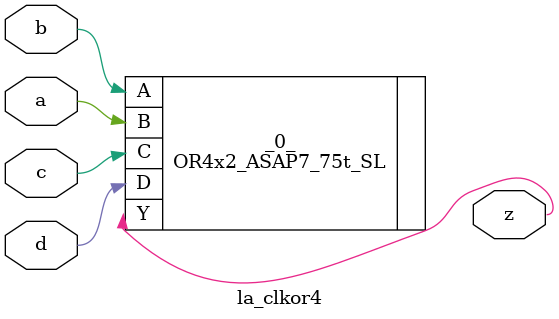
<source format=v>

/* Generated by Yosys 0.37 (git sha1 a5c7f69ed, clang 14.0.0-1ubuntu1.1 -fPIC -Os) */

module la_clkor4(a, b, c, d, z);
  input a;
  wire a;
  input b;
  wire b;
  input c;
  wire c;
  input d;
  wire d;
  output z;
  wire z;
  OR4x2_ASAP7_75t_SL _0_ (
    .A(b),
    .B(a),
    .C(c),
    .D(d),
    .Y(z)
  );
endmodule

</source>
